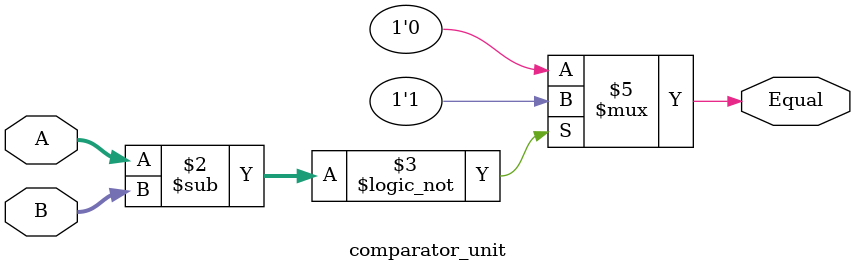
<source format=v>
`timescale 1ns / 1ps


module comparator_unit(A, B, Equal);
input [31:0] A, B;
output Equal;
reg Equal;

always @(*) begin
    if (A - B == 0) begin
        Equal <= 1;
	end else begin
        Equal <= 0;			
    end
end

endmodule

</source>
